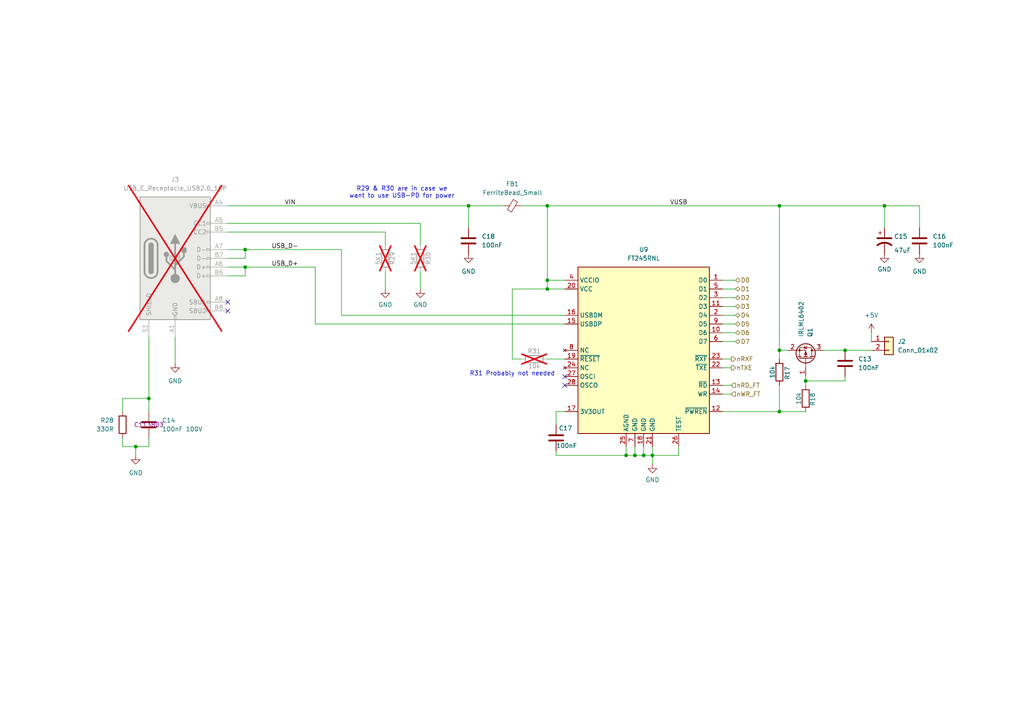
<source format=kicad_sch>
(kicad_sch (version 20250114) (generator "eeschema") (generator_version "9.0")
  (paper "A4")
  (lib_symbols
    (symbol "Connector:USB_C_Receptacle_USB2.0_16P" (pin_names (offset 1.016))
      (property "Reference" "J" (at 0 22.225 0))
      (property "Value" "USB_C_Receptacle_USB2.0_16P" (at 0 19.685 0))
      (symbol "USB_C_Receptacle_USB2.0_16P_0_0"
        (rectangle (start -0.254 -17.78) (end 0.254 -16.764))
        (rectangle (start 10.16 15.494) (end 9.144 14.986))
        (rectangle (start 10.16 10.414) (end 9.144 9.906))
        (rectangle (start 10.16 7.874) (end 9.144 7.366))
        (rectangle (start 10.16 2.794) (end 9.144 2.286))
        (rectangle (start 10.16 0.254) (end 9.144 -0.254))
        (rectangle (start 10.16 -2.286) (end 9.144 -2.794))
        (rectangle (start 10.16 -4.826) (end 9.144 -5.334))
        (rectangle (start 10.16 -12.446) (end 9.144 -12.954))
        (rectangle (start 10.16 -14.986) (end 9.144 -15.494))
      )
      (symbol "USB_C_Receptacle_USB2.0_16P_0_1"
        (rectangle (start -10.16 17.78) (end 10.16 -17.78) (stroke (width 0.254)) (fill (type background)))
        (polyline (pts (xy -8.89 -3.81) (xy -8.89 3.81)) (stroke (width 0.508)))
        (rectangle (start -7.62 -3.81) (end -6.35 3.81) (stroke (width 0.254)) (fill (type outline)))
        (arc (start -7.62 3.81) (mid -6.985 4.4423) (end -6.35 3.81) (stroke (width 0.254)))
        (arc (start -7.62 3.81) (mid -6.985 4.4423) (end -6.35 3.81) (stroke (width 0.254)) (fill (type outline)))
        (arc (start -8.89 3.81) (mid -6.985 5.7067) (end -5.08 3.81) (stroke (width 0.508)))
        (arc (start -5.08 -3.81) (mid -6.985 -5.7067) (end -8.89 -3.81) (stroke (width 0.508)))
        (arc (start -6.35 -3.81) (mid -6.985 -4.4423) (end -7.62 -3.81) (stroke (width 0.254)))
        (arc (start -6.35 -3.81) (mid -6.985 -4.4423) (end -7.62 -3.81) (stroke (width 0.254)) (fill (type outline)))
        (polyline (pts (xy -5.08 3.81) (xy -5.08 -3.81)) (stroke (width 0.508)))
        (circle (center -2.54 1.143) (radius 0.635) (stroke (width 0.254)) (fill (type outline)))
        (polyline (pts (xy -1.27 4.318) (xy 0 6.858) (xy 1.27 4.318) (xy -1.27 4.318)) (stroke (width 0.254)) (fill (type outline)))
        (polyline (pts (xy 0 -2.032) (xy 2.54 0.508) (xy 2.54 1.778)) (stroke (width 0.508)))
        (polyline (pts (xy 0 -3.302) (xy -2.54 -0.762) (xy -2.54 0.508)) (stroke (width 0.508)))
        (polyline (pts (xy 0 -5.842) (xy 0 4.318)) (stroke (width 0.508)))
        (circle (center 0 -5.842) (radius 1.27) (fill (type outline)))
        (rectangle (start 1.905 1.778) (end 3.175 3.048) (stroke (width 0.254)) (fill (type outline)))
      )
      (symbol "USB_C_Receptacle_USB2.0_16P_1_1"
        (pin passive line (at -7.62 -22.86 90) (length 5.08) (name "SHIELD") (number "S1"))
        (pin passive line (at 0 -22.86 90) (length 5.08) (name "GND") (number "A1"))
        (pin passive line (at 0 -22.86 90) (length 5.08) (hide yes) (name "GND") (number "A12"))
        (pin passive line (at 0 -22.86 90) (length 5.08) (hide yes) (name "GND") (number "B1"))
        (pin passive line (at 0 -22.86 90) (length 5.08) (hide yes) (name "GND") (number "B12"))
        (pin passive line (at 15.24 15.24 180) (length 5.08) (name "VBUS") (number "A4"))
        (pin passive line (at 15.24 15.24 180) (length 5.08) (hide yes) (name "VBUS") (number "A9"))
        (pin passive line (at 15.24 15.24 180) (length 5.08) (hide yes) (name "VBUS") (number "B4"))
        (pin passive line (at 15.24 15.24 180) (length 5.08) (hide yes) (name "VBUS") (number "B9"))
        (pin bidirectional line (at 15.24 10.16 180) (length 5.08) (name "CC1") (number "A5"))
        (pin bidirectional line (at 15.24 7.62 180) (length 5.08) (name "CC2") (number "B5"))
        (pin bidirectional line (at 15.24 2.54 180) (length 5.08) (name "D-") (number "A7"))
        (pin bidirectional line (at 15.24 0 180) (length 5.08) (name "D-") (number "B7"))
        (pin bidirectional line (at 15.24 -2.54 180) (length 5.08) (name "D+") (number "A6"))
        (pin bidirectional line (at 15.24 -5.08 180) (length 5.08) (name "D+") (number "B6"))
        (pin bidirectional line (at 15.24 -12.7 180) (length 5.08) (name "SBU1") (number "A8"))
        (pin bidirectional line (at 15.24 -15.24 180) (length 5.08) (name "SBU2") (number "B8"))
      )
    )
    (symbol "Connector_Generic:Conn_01x02" (pin_names (offset 1.016) (hide yes))
      (property "Reference" "J" (at 0 2.54 0))
      (property "Value" "Conn_01x02" (at 0 -5.08 0))
      (symbol "Conn_01x02_1_1"
        (rectangle (start -1.27 1.27) (end 1.27 -3.81) (stroke (width 0.254)) (fill (type background)))
        (rectangle (start -1.27 0.127) (end 0 -0.127) (stroke (width 0.1524)))
        (rectangle (start -1.27 -2.413) (end 0 -2.667) (stroke (width 0.1524)))
        (pin passive line (at -5.08 0 0) (length 3.81) (name "Pin_1") (number "1"))
        (pin passive line (at -5.08 -2.54 0) (length 3.81) (name "Pin_2") (number "2"))
      )
    )
    (symbol "Device:C" (pin_numbers (hide yes)) (pin_names (offset 0.254))
      (property "Reference" "C" (at 0.635 2.54 0))
      (property "Value" "C" (at 0.635 -2.54 0))
      (symbol "C_0_1"
        (polyline (pts (xy -2.032 0.762) (xy 2.032 0.762)) (stroke (width 0.508)))
        (polyline (pts (xy -2.032 -0.762) (xy 2.032 -0.762)) (stroke (width 0.508)))
      )
      (symbol "C_1_1"
        (pin passive line (at 0 3.81 270) (length 2.794) (name "~") (number "1"))
        (pin passive line (at 0 -3.81 90) (length 2.794) (name "~") (number "2"))
      )
    )
    (symbol "Device:C_Polarized_US" (pin_numbers (hide yes)) (pin_names (offset 0.254) (hide yes))
      (property "Reference" "C" (at 0.635 2.54 0))
      (property "Value" "C_Polarized_US" (at 0.635 -2.54 0))
      (symbol "C_Polarized_US_0_1"
        (polyline (pts (xy -2.032 0.762) (xy 2.032 0.762)) (stroke (width 0.508)))
        (polyline (pts (xy -1.778 2.286) (xy -0.762 2.286)))
        (polyline (pts (xy -1.27 1.778) (xy -1.27 2.794)))
        (arc (start -2.032 -1.27) (mid 0 -0.5572) (end 2.032 -1.27) (stroke (width 0.508)))
      )
      (symbol "C_Polarized_US_1_1"
        (pin passive line (at 0 3.81 270) (length 2.794) (name "~") (number "1"))
        (pin passive line (at 0 -3.81 90) (length 3.302) (name "~") (number "2"))
      )
    )
    (symbol "Device:FerriteBead_Small" (pin_numbers (hide yes)) (pin_names (offset 0))
      (property "Reference" "FB" (at 1.905 1.27 0))
      (property "Value" "FerriteBead_Small" (at 1.905 -1.27 0))
      (symbol "FerriteBead_Small_0_1"
        (polyline (pts (xy -1.8288 0.2794) (xy -1.1176 1.4986) (xy 1.8288 -0.2032) (xy 1.1176 -1.4224) (xy -1.8288 0.2794)))
        (polyline (pts (xy 0 0.889) (xy 0 1.2954)))
        (polyline (pts (xy 0 -1.27) (xy 0 -0.7874)))
      )
      (symbol "FerriteBead_Small_1_1"
        (pin passive line (at 0 2.54 270) (length 1.27) (name "~") (number "1"))
        (pin passive line (at 0 -2.54 90) (length 1.27) (name "~") (number "2"))
      )
    )
    (symbol "Device:R" (pin_numbers (hide yes)) (pin_names (offset 0))
      (property "Reference" "R" (at 2.032 0 90))
      (property "Value" "R" (at 0 0 90))
      (symbol "R_0_1"
        (rectangle (start -1.016 -2.54) (end 1.016 2.54) (stroke (width 0.254)))
      )
      (symbol "R_1_1"
        (pin passive line (at 0 3.81 270) (length 1.27) (name "~") (number "1"))
        (pin passive line (at 0 -3.81 90) (length 1.27) (name "~") (number "2"))
      )
    )
    (symbol "Jaynes Stuff:FT245RNL"
      (property "Reference" "U" (at -19.05 25.4 0))
      (property "Value" "FT245RNL" (at 10.16 25.4 0))
      (symbol "FT245RNL_0_1"
        (rectangle (start -19.05 24.13) (end 19.05 -24.13) (stroke (width 0.254)) (fill (type background)))
      )
      (symbol "FT245RNL_1_1"
        (pin power_in line (at -22.86 20.32 0) (length 3.81) (name "VCCIO") (number "4"))
        (pin power_in line (at -22.86 17.78 0) (length 3.81) (name "VCC") (number "20"))
        (pin bidirectional line (at -22.86 10.16 0) (length 3.81) (name "USBDM") (number "16"))
        (pin bidirectional line (at -22.86 7.62 0) (length 3.81) (name "USBDP") (number "15"))
        (pin no_connect line (at -22.86 0 0) (length 3.81) (name "NC") (number "8"))
        (pin input line (at -22.86 -2.54 0) (length 3.81) (name "~{RESET}") (number "19"))
        (pin no_connect line (at -22.86 -5.08 0) (length 3.81) (name "NC") (number "24"))
        (pin input line (at -22.86 -7.62 0) (length 3.81) (name "OSCI") (number "27"))
        (pin output line (at -22.86 -10.16 0) (length 3.81) (name "OSCO") (number "28"))
        (pin power_out line (at -22.86 -17.78 0) (length 3.81) (name "3V3OUT") (number "17"))
        (pin power_in line (at -5.08 -27.94 90) (length 3.81) (name "AGND") (number "25"))
        (pin power_in line (at -2.54 -27.94 90) (length 3.81) (name "GND") (number "7"))
        (pin power_in line (at 0 -27.94 90) (length 3.81) (name "GND") (number "18"))
        (pin power_in line (at 2.54 -27.94 90) (length 3.81) (name "GND") (number "21"))
        (pin input line (at 10.16 -27.94 90) (length 3.81) (name "TEST") (number "26"))
        (pin bidirectional line (at 22.86 20.32 180) (length 3.81) (name "D0") (number "1"))
        (pin bidirectional line (at 22.86 17.78 180) (length 3.81) (name "D1") (number "5"))
        (pin bidirectional line (at 22.86 15.24 180) (length 3.81) (name "D2") (number "3"))
        (pin bidirectional line (at 22.86 12.7 180) (length 3.81) (name "D3") (number "11"))
        (pin bidirectional line (at 22.86 10.16 180) (length 3.81) (name "D4") (number "2"))
        (pin bidirectional line (at 22.86 7.62 180) (length 3.81) (name "D5") (number "9"))
        (pin bidirectional line (at 22.86 5.08 180) (length 3.81) (name "D6") (number "10"))
        (pin bidirectional line (at 22.86 2.54 180) (length 3.81) (name "D7") (number "6"))
        (pin output line (at 22.86 -2.54 180) (length 3.81) (name "~{RXF}") (number "23"))
        (pin output line (at 22.86 -5.08 180) (length 3.81) (name "~{TXE}") (number "22"))
        (pin input line (at 22.86 -10.16 180) (length 3.81) (name "~{RD}") (number "13"))
        (pin input line (at 22.86 -12.7 180) (length 3.81) (name "WR") (number "14"))
        (pin output line (at 22.86 -17.78 180) (length 3.81) (name "~{PWREN}") (number "12"))
      )
    )
    (symbol "Transistor_FET:IRLML6402" (pin_names (hide yes))
      (property "Reference" "Q" (at 5.08 1.905 0))
      (property "Value" "IRLML6402" (at 5.08 0 0))
      (symbol "IRLML6402_0_1"
        (polyline (pts (xy 0.254 1.905) (xy 0.254 -1.905)) (stroke (width 0.254)))
        (polyline (pts (xy 0.254 0) (xy -2.54 0)))
        (polyline (pts (xy 0.762 2.286) (xy 0.762 1.27)) (stroke (width 0.254)))
        (polyline (pts (xy 0.762 1.778) (xy 3.302 1.778) (xy 3.302 -1.778) (xy 0.762 -1.778)))
        (polyline (pts (xy 0.762 0.508) (xy 0.762 -0.508)) (stroke (width 0.254)))
        (polyline (pts (xy 0.762 -1.27) (xy 0.762 -2.286)) (stroke (width 0.254)))
        (circle (center 1.651 0) (radius 2.794) (stroke (width 0.254)))
        (polyline (pts (xy 2.286 0) (xy 1.27 0.381) (xy 1.27 -0.381) (xy 2.286 0)) (fill (type outline)))
        (polyline (pts (xy 2.54 2.54) (xy 2.54 1.778)))
        (circle (center 2.54 1.778) (radius 0.254) (fill (type outline)))
        (circle (center 2.54 -1.778) (radius 0.254) (fill (type outline)))
        (polyline (pts (xy 2.54 -2.54) (xy 2.54 0) (xy 0.762 0)))
        (polyline (pts (xy 2.794 -0.508) (xy 2.921 -0.381) (xy 3.683 -0.381) (xy 3.81 -0.254)))
        (polyline (pts (xy 3.302 -0.381) (xy 2.921 0.254) (xy 3.683 0.254) (xy 3.302 -0.381)))
      )
      (symbol "IRLML6402_1_1"
        (pin input line (at -5.08 0 0) (length 2.54) (name "G") (number "1"))
        (pin passive line (at 2.54 5.08 270) (length 2.54) (name "D") (number "3"))
        (pin passive line (at 2.54 -5.08 90) (length 2.54) (name "S") (number "2"))
      )
    )
    (symbol "power:+5V" (power) (pin_names (offset 0))
      (property "Value" "+5V" (at 0 3.556 0))
      (symbol "+5V_0_1"
        (polyline (pts (xy -0.762 1.27) (xy 0 2.54)))
        (polyline (pts (xy 0 2.54) (xy 0.762 1.27)))
        (polyline (pts (xy 0 0) (xy 0 2.54)))
      )
      (symbol "+5V_1_1"
        (pin power_in line (at 0 0 90) (length 0) (hide yes) (name "+5V") (number "1"))
      )
    )
    (symbol "power:GND" (power) (pin_names (offset 0))
      (property "Value" "GND" (at 0 -3.81 0))
      (symbol "GND_0_1"
        (polyline (pts (xy 0 0) (xy 0 -1.27) (xy 1.27 -1.27) (xy 0 -2.54) (xy -1.27 -1.27) (xy 0 -1.27)))
      )
      (symbol "GND_1_1"
        (pin power_in line (at 0 0 270) (length 0) (hide yes) (name "GND") (number "1"))
      )
    )
  )
  (text "R29 & R30 are in case we\nwant to use USB-PD for power" (at 116.586 55.88 0) (effects (font (size 1.27 1.27))))
  (text "R31 Probably not needed" (at 148.59 108.458 0) (effects (font (size 1.27 1.27))))
  (junction (at 189.23 132.08))
  (junction (at 71.12 72.39))
  (junction (at 158.75 83.82))
  (junction (at 233.68 110.49))
  (junction (at 226.06 59.69))
  (junction (at 186.69 132.08))
  (junction (at 226.06 101.6))
  (junction (at 184.15 132.08))
  (junction (at 158.75 81.28))
  (junction (at 71.12 77.47))
  (junction (at 256.54 59.69))
  (junction (at 135.89 59.69))
  (junction (at 39.37 129.54))
  (junction (at 43.18 115.57))
  (junction (at 158.75 59.69))
  (junction (at 226.06 119.38))
  (junction (at 181.61 132.08))
  (junction (at 245.11 101.6))
  (no_connect (at 163.83 111.76))
  (no_connect (at 66.04 87.63))
  (no_connect (at 66.04 90.17))
  (no_connect (at 163.83 109.22))
  (wire (pts (xy 189.23 129.54) (xy 189.23 132.08)))
  (wire (pts (xy 158.75 104.14) (xy 163.83 104.14)))
  (wire (pts (xy 163.83 91.44) (xy 99.06 91.44)))
  (wire (pts (xy 43.18 129.54) (xy 43.18 127)))
  (wire (pts (xy 184.15 132.08) (xy 186.69 132.08)))
  (wire (pts (xy 181.61 129.54) (xy 181.61 132.08)))
  (wire (pts (xy 121.92 64.77) (xy 121.92 71.12)))
  (wire (pts (xy 50.8 97.79) (xy 50.8 105.41)))
  (wire (pts (xy 35.56 129.54) (xy 39.37 129.54)))
  (wire (pts (xy 252.73 96.52) (xy 252.73 99.06)))
  (wire (pts (xy 39.37 129.54) (xy 39.37 132.08)))
  (wire (pts (xy 66.04 64.77) (xy 121.92 64.77)))
  (wire (pts (xy 43.18 115.57) (xy 43.18 97.79)))
  (wire (pts (xy 35.56 127) (xy 35.56 129.54)))
  (wire (pts (xy 213.36 91.44) (xy 209.55 91.44)))
  (wire (pts (xy 35.56 115.57) (xy 43.18 115.57)))
  (wire (pts (xy 158.75 81.28) (xy 163.83 81.28)))
  (wire (pts (xy 35.56 119.38) (xy 35.56 115.57)))
  (wire (pts (xy 213.36 86.36) (xy 209.55 86.36)))
  (wire (pts (xy 226.06 119.38) (xy 209.55 119.38)))
  (wire (pts (xy 212.09 114.3) (xy 209.55 114.3)))
  (wire (pts (xy 213.36 83.82) (xy 209.55 83.82)))
  (wire (pts (xy 186.69 132.08) (xy 189.23 132.08)))
  (wire (pts (xy 161.29 119.38) (xy 163.83 119.38)))
  (wire (pts (xy 66.04 80.01) (xy 71.12 80.01)))
  (wire (pts (xy 212.09 106.68) (xy 209.55 106.68)))
  (wire (pts (xy 91.44 77.47) (xy 91.44 93.98)))
  (wire (pts (xy 43.18 119.38) (xy 43.18 115.57)))
  (wire (pts (xy 181.61 132.08) (xy 161.29 132.08)))
  (wire (pts (xy 226.06 111.76) (xy 226.06 119.38)))
  (wire (pts (xy 71.12 80.01) (xy 71.12 77.47)))
  (wire (pts (xy 186.69 129.54) (xy 186.69 132.08)))
  (wire (pts (xy 256.54 59.69) (xy 256.54 66.04)))
  (wire (pts (xy 99.06 91.44) (xy 99.06 72.39)))
  (wire (pts (xy 189.23 132.08) (xy 196.85 132.08)))
  (wire (pts (xy 233.68 109.22) (xy 233.68 110.49)))
  (wire (pts (xy 135.89 59.69) (xy 146.05 59.69)))
  (wire (pts (xy 245.11 110.49) (xy 245.11 109.22)))
  (wire (pts (xy 39.37 129.54) (xy 43.18 129.54)))
  (wire (pts (xy 66.04 67.31) (xy 111.76 67.31)))
  (wire (pts (xy 91.44 93.98) (xy 163.83 93.98)))
  (wire (pts (xy 148.59 104.14) (xy 148.59 83.82)))
  (wire (pts (xy 111.76 78.74) (xy 111.76 83.82)))
  (wire (pts (xy 226.06 101.6) (xy 226.06 104.14)))
  (wire (pts (xy 213.36 99.06) (xy 209.55 99.06)))
  (wire (pts (xy 213.36 88.9) (xy 209.55 88.9)))
  (wire (pts (xy 66.04 74.93) (xy 71.12 74.93)))
  (wire (pts (xy 212.09 111.76) (xy 209.55 111.76)))
  (wire (pts (xy 213.36 96.52) (xy 209.55 96.52)))
  (wire (pts (xy 233.68 110.49) (xy 233.68 111.76)))
  (wire (pts (xy 158.75 59.69) (xy 226.06 59.69)))
  (wire (pts (xy 233.68 110.49) (xy 245.11 110.49)))
  (wire (pts (xy 148.59 83.82) (xy 158.75 83.82)))
  (wire (pts (xy 161.29 132.08) (xy 161.29 130.81)))
  (wire (pts (xy 184.15 129.54) (xy 184.15 132.08)))
  (wire (pts (xy 226.06 119.38) (xy 233.68 119.38)))
  (wire (pts (xy 158.75 59.69) (xy 158.75 81.28)))
  (wire (pts (xy 158.75 81.28) (xy 158.75 83.82)))
  (wire (pts (xy 135.89 59.69) (xy 135.89 66.04)))
  (wire (pts (xy 189.23 132.08) (xy 189.23 134.62)))
  (wire (pts (xy 71.12 72.39) (xy 66.04 72.39)))
  (wire (pts (xy 226.06 59.69) (xy 256.54 59.69)))
  (wire (pts (xy 99.06 72.39) (xy 71.12 72.39)))
  (wire (pts (xy 71.12 77.47) (xy 91.44 77.47)))
  (wire (pts (xy 161.29 123.19) (xy 161.29 119.38)))
  (wire (pts (xy 238.76 101.6) (xy 245.11 101.6)))
  (wire (pts (xy 111.76 67.31) (xy 111.76 71.12)))
  (wire (pts (xy 226.06 101.6) (xy 228.6 101.6)))
  (wire (pts (xy 245.11 101.6) (xy 252.73 101.6)))
  (wire (pts (xy 66.04 77.47) (xy 71.12 77.47)))
  (wire (pts (xy 226.06 59.69) (xy 226.06 101.6)))
  (wire (pts (xy 266.7 59.69) (xy 266.7 66.04)))
  (wire (pts (xy 213.36 93.98) (xy 209.55 93.98)))
  (wire (pts (xy 151.13 59.69) (xy 158.75 59.69)))
  (wire (pts (xy 158.75 83.82) (xy 163.83 83.82)))
  (wire (pts (xy 121.92 78.74) (xy 121.92 83.82)))
  (wire (pts (xy 66.04 59.69) (xy 135.89 59.69)))
  (wire (pts (xy 256.54 59.69) (xy 266.7 59.69)))
  (wire (pts (xy 212.09 104.14) (xy 209.55 104.14)))
  (wire (pts (xy 181.61 132.08) (xy 184.15 132.08)))
  (wire (pts (xy 196.85 129.54) (xy 196.85 132.08)))
  (wire (pts (xy 151.13 104.14) (xy 148.59 104.14)))
  (wire (pts (xy 71.12 74.93) (xy 71.12 72.39)))
  (wire (pts (xy 213.36 81.28) (xy 209.55 81.28)))
  (label "VUSB" (at 194.31 59.69 0))
  (label "USB_D+" (at 78.74 77.47 0))
  (label "USB_D-" (at 78.74 72.39 0))
  (label "VIN" (at 82.55 59.69 0))
  (hierarchical_label "D6" (shape bidirectional) (at 213.36 96.52 0))
  (hierarchical_label "nRD_FT" (shape input) (at 212.09 111.76 0))
  (hierarchical_label "nTXE" (shape output) (at 212.09 106.68 0))
  (hierarchical_label "D1" (shape bidirectional) (at 213.36 83.82 0))
  (hierarchical_label "D2" (shape bidirectional) (at 213.36 86.36 0))
  (hierarchical_label "nWR_FT" (shape input) (at 212.09 114.3 0))
  (hierarchical_label "D4" (shape bidirectional) (at 213.36 91.44 0))
  (hierarchical_label "D3" (shape bidirectional) (at 213.36 88.9 0))
  (hierarchical_label "D7" (shape bidirectional) (at 213.36 99.06 0))
  (hierarchical_label "D0" (shape bidirectional) (at 213.36 81.28 0))
  (hierarchical_label "D5" (shape bidirectional) (at 213.36 93.98 0))
  (hierarchical_label "nRXF" (shape output) (at 212.09 104.14 0))
  (symbol (lib_id "Connector:USB_C_Receptacle_USB2.0_16P") (at 50.8 74.93 0) (unit 1) (dnp yes)
    (property "Reference" "J3" (at 50.8 52.07 0))
    (property "Value" "USB_C_Receptacle_USB2.0_16P" (at 50.8 54.61 0))
    (property "Footprint" "Connector_USB:USB_C_Receptacle_HCTL_HC-TYPE-C-16P-01A" (effects (hide yes)))
    (property "Datasheet" "https://www.usb.org/sites/default/files/documents/usb_type-c.zip" (effects (hide yes)))
    (property "Description" "USB 2.0-only 16P Type-C Receptacle connector" (effects (hide yes)))
    (property "LCSC" "DNF" (at 50.8 74.93 0))
  )
  (symbol (lib_id "power:GND") (at 135.89 73.66 0) (unit 1)
    (property "Reference" "#PWR02" (effects (hide yes)))
    (property "Value" "GND" (at 135.89 78.74 0))
  )
  (symbol (lib_id "Connector_Generic:Conn_01x02") (at 257.81 99.06 0) (unit 1)
    (property "Reference" "J2" (at 260.35 99.0599 0) (effects (justify left)))
    (property "Value" "Conn_01x02" (at 260.35 101.5999 0) (effects (justify left)))
    (property "Footprint" "Connector_PinHeader_2.54mm:PinHeader_1x02_P2.54mm_Horizontal" (effects (hide yes)))
    (property "Description" "Generic connector, single row, 01x02, script generated (kicad-library-utils/schlib/autogen/connector/)" (effects (hide yes)))
  )
  (symbol (lib_id "Device:R") (at 121.92 74.93 180) (unit 1) (dnp yes)
    (property "Reference" "R30" (at 124.206 74.93 90))
    (property "Value" "5K1" (at 119.888 74.93 90))
    (property "Footprint" "Resistor_SMD:R_0603_1608Metric_Pad0.98x0.95mm_HandSolder" (effects (hide yes)))
  )
  (symbol (lib_id "Device:C") (at 43.18 123.19 0) (unit 1)
    (property "Reference" "C14" (at 46.99 121.9199 0) (effects (justify left)))
    (property "Value" "100nF 100V" (at 46.99 124.4599 0) (effects (justify left)))
    (property "Footprint" "Capacitor_SMD:C_0603_1608Metric" (effects (hide yes)))
    (property "Description" "Unpolarized capacitor" (effects (hide yes)))
    (property "LCSC" "C113803" (at 43.18 123.19 0))
  )
  (symbol (lib_id "Device:R") (at 233.68 115.57 180) (unit 1)
    (property "Reference" "R18" (at 235.712 115.824 90))
    (property "Value" "10k" (at 231.648 115.57 90))
    (property "Footprint" "Resistor_SMD:R_0603_1608Metric_Pad0.98x0.95mm_HandSolder" (effects (hide yes)))
  )
  (symbol (lib_id "Device:C") (at 161.29 127 0) (unit 1)
    (property "Reference" "C17" (at 162.052 124.206 0) (effects (justify left)))
    (property "Value" "100nF" (at 161.29 129.286 0) (effects (justify left)))
    (property "Footprint" "Capacitor_SMD:C_0603_1608Metric_Pad1.08x0.95mm_HandSolder" (effects (hide yes)))
  )
  (symbol (lib_id "power:GND") (at 111.76 83.82 0) (unit 1)
    (property "Reference" "#PWR082" (effects (hide yes)))
    (property "Value" "GND" (at 111.76 88.3825 0))
  )
  (symbol (lib_id "power:GND") (at 256.54 73.66 0) (unit 1)
    (property "Reference" "#PWR088" (effects (hide yes)))
    (property "Value" "GND" (at 256.54 78.105 0))
  )
  (symbol (lib_id "Device:R") (at 111.76 74.93 180) (unit 1) (dnp yes)
    (property "Reference" "R29" (at 113.792 74.93 90))
    (property "Value" "5K1" (at 109.728 74.93 90))
    (property "Footprint" "Resistor_SMD:R_0603_1608Metric_Pad0.98x0.95mm_HandSolder" (effects (hide yes)))
  )
  (symbol (lib_id "power:GND") (at 266.7 73.66 0) (unit 1)
    (property "Reference" "#PWR090" (effects (hide yes)))
    (property "Value" "GND" (at 266.7 78.74 0))
  )
  (symbol (lib_id "Device:R") (at 35.56 123.19 0) (mirror x) (unit 1)
    (property "Reference" "R28" (at 33.02 121.9199 0) (effects (justify right)))
    (property "Value" "330R" (at 33.02 124.4599 0) (effects (justify right)))
    (property "Footprint" "Resistor_SMD:R_0402_1005Metric" (effects (hide yes)))
    (property "Description" "Resistor" (effects (hide yes)))
  )
  (symbol (lib_id "power:GND") (at 39.37 132.08 0) (unit 1)
    (property "Reference" "#PWR084" (effects (hide yes)))
    (property "Value" "GND" (at 39.37 137.16 0))
    (property "Description" "Power symbol creates a global label with name \"GND\" , ground" (effects (hide yes)))
  )
  (symbol (lib_id "Jaynes Stuff:FT245RNL") (at 186.69 101.6 0) (unit 1)
    (property "Reference" "U9" (at 186.69 72.39 0))
    (property "Value" "FT245RNL" (at 186.69 74.93 0))
    (property "Footprint" "Package_SO:SSOP-28_5.3x10.2mm_P0.65mm" (effects (hide yes)))
    (property "Datasheet" "https://www.ftdichip.com/Support/Documents/DataSheets/ICs/DS_FT245BM.pdf" (effects (hide yes)))
    (property "Description" "Full Speed USB to 8-Bit FIFO, LQFP-32" (effects (hide yes)))
  )
  (symbol (lib_id "power:GND") (at 121.92 83.82 0) (unit 1)
    (property "Reference" "#PWR086" (effects (hide yes)))
    (property "Value" "GND" (at 121.92 88.3825 0))
  )
  (symbol (lib_id "Device:C_Polarized_US") (at 256.54 69.85 0) (unit 1)
    (property "Reference" "C15" (at 259.334 68.58 0) (effects (justify left)))
    (property "Value" "47uF" (at 259.334 72.644 0) (effects (justify left)))
    (property "Footprint" "Capacitor_SMD:C_1206_3216Metric" (effects (hide yes)))
    (property "LCSC" "C96123" (effects (hide yes)))
  )
  (symbol (lib_id "Device:R") (at 154.94 104.14 270) (unit 1) (dnp yes)
    (property "Reference" "R31" (at 154.94 101.854 90))
    (property "Value" "10k" (at 154.94 106.172 90))
    (property "Footprint" "Resistor_SMD:R_0603_1608Metric_Pad0.98x0.95mm_HandSolder" (effects (hide yes)))
  )
  (symbol (lib_id "Device:R") (at 226.06 107.95 180) (unit 1)
    (property "Reference" "R17" (at 228.346 108.204 90))
    (property "Value" "10k" (at 224.028 107.95 90))
    (property "Footprint" "Resistor_SMD:R_0603_1608Metric_Pad0.98x0.95mm_HandSolder" (effects (hide yes)))
  )
  (symbol (lib_id "power:GND") (at 50.8 105.41 0) (unit 1)
    (property "Reference" "#PWR085" (effects (hide yes)))
    (property "Value" "GND" (at 50.8 110.49 0))
    (property "Description" "Power symbol creates a global label with name \"GND\" , ground" (effects (hide yes)))
  )
  (symbol (lib_id "power:GND") (at 189.23 134.62 0) (unit 1)
    (property "Reference" "#PWR081" (effects (hide yes)))
    (property "Value" "GND" (at 189.23 139.1825 0))
  )
  (symbol (lib_id "Device:C") (at 135.89 69.85 0) (unit 1)
    (property "Reference" "C18" (at 139.7 68.5799 0) (effects (justify left)))
    (property "Value" "100nF" (at 139.7 71.1199 0) (effects (justify left)))
    (property "Footprint" "Capacitor_SMD:C_0805_2012Metric" (effects (hide yes)))
    (property "Description" "Unpolarized capacitor" (effects (hide yes)))
  )
  (symbol (lib_id "Device:FerriteBead_Small") (at 148.59 59.69 270) (unit 1)
    (property "Reference" "FB1" (at 148.6281 53.34 90))
    (property "Value" "FerriteBead_Small" (at 148.6281 55.88 90))
    (property "Footprint" "Inductor_SMD:L_0805_2012Metric_Pad1.05x1.20mm_HandSolder" (effects (hide yes)))
    (property "Description" "Ferrite bead, small symbol" (effects (hide yes)))
  )
  (symbol (lib_id "Device:C") (at 266.7 69.85 0) (unit 1)
    (property "Reference" "C16" (at 270.51 68.5799 0) (effects (justify left)))
    (property "Value" "100nF" (at 270.51 71.1199 0) (effects (justify left)))
    (property "Footprint" "Capacitor_SMD:C_0805_2012Metric" (effects (hide yes)))
    (property "Description" "Unpolarized capacitor" (effects (hide yes)))
  )
  (symbol (lib_id "Device:C") (at 245.11 105.41 0) (unit 1)
    (property "Reference" "C13" (at 248.92 104.1399 0) (effects (justify left)))
    (property "Value" "100nF" (at 248.92 106.6799 0) (effects (justify left)))
    (property "Footprint" "Capacitor_SMD:C_0603_1608Metric_Pad1.08x0.95mm_HandSolder" (effects (hide yes)))
  )
  (symbol (lib_id "Transistor_FET:IRLML6402") (at 233.68 104.14 270) (mirror x) (unit 1)
    (property "Reference" "Q1" (at 234.9501 97.79 0) (effects (justify left)))
    (property "Value" "IRLML6402" (at 232.4101 97.79 0) (effects (justify left)))
    (property "Footprint" "Package_TO_SOT_SMD:SOT-23" (effects (hide yes)))
    (property "Datasheet" "https://www.infineon.com/dgdl/irlml6402pbf.pdf?fileId=5546d462533600a401535668d5c2263c" (effects (hide yes)))
    (property "Description" "-3.7A Id, -20V Vds, 65mOhm Rds, P-Channel HEXFET Power MOSFET, SOT-23" (effects (hide yes)))
  )
  (symbol (lib_id "power:+5V") (at 252.73 96.52 0) (mirror y) (unit 1)
    (property "Reference" "#PWR031" (effects (hide yes)))
    (property "Value" "+5V" (at 252.73 91.44 0))
  )
)
</source>
